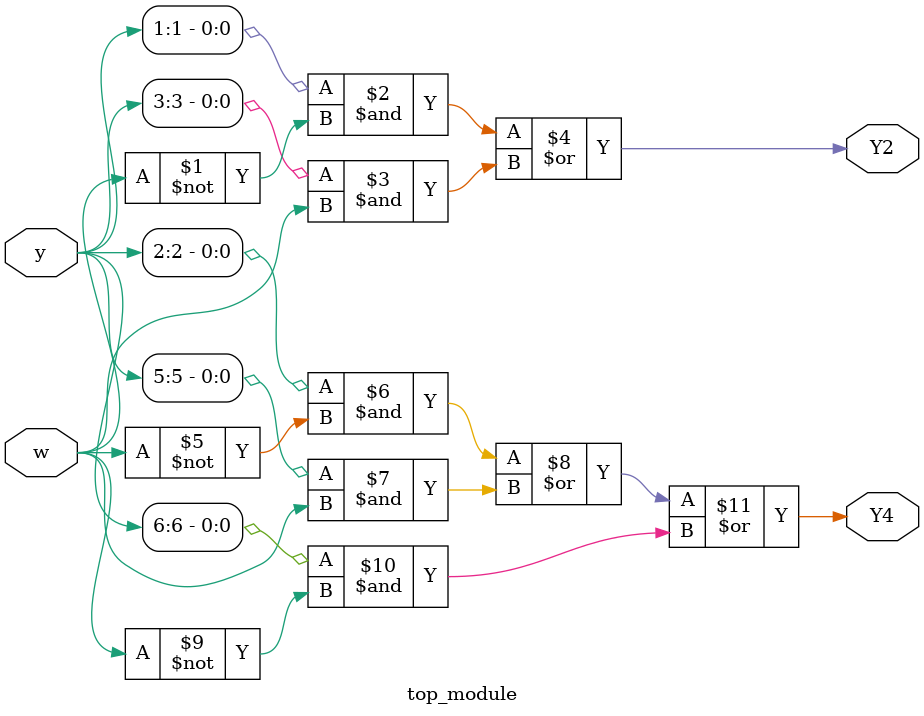
<source format=sv>
module top_module (
    input [6:1] y,
    input w,
    output Y2,
    output Y4
);

// Derive the next-state logic for y[2] and y[4]
assign Y2 = (y[1] & ~w) | (y[3] & w);
assign Y4 = (y[2] & ~w) | (y[5] & w) | (y[6] & ~w);

endmodule

</source>
